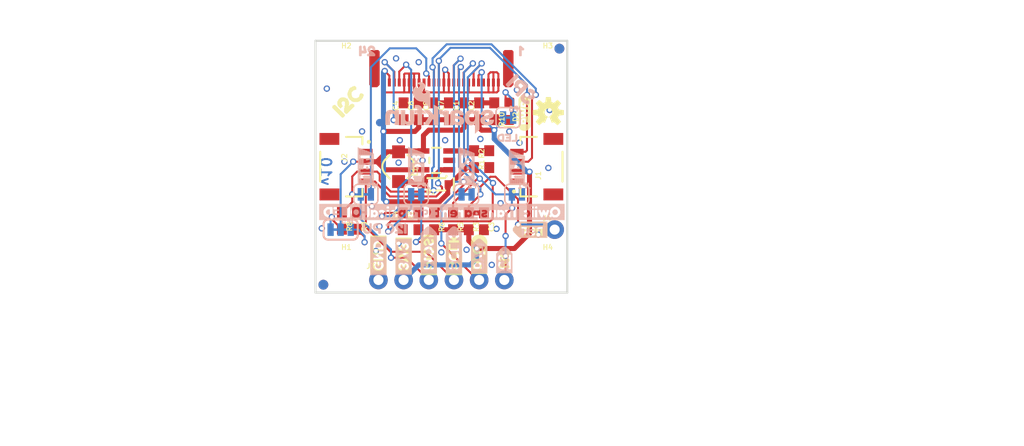
<source format=kicad_pcb>
(kicad_pcb (version 20211014) (generator pcbnew)
  (layers (0 "F.Cu" signal) (31 "B.Cu" signal) (34 "B.Paste" user) (35 "F.Paste" user) (36 "B.SilkS" user "B.Silkscreen") (37 "F.SilkS" user "F.Silkscreen") (38 "B.Mask" user) (39 "F.Mask" user) (44 "Edge.Cuts" user))
  (net 0 "")
  (net 1 "GND")
  (net 2 "N$3")
  (net 3 "~{RST}")
  (net 4 "N$1")
  (net 5 "N$4")
  (net 6 "N$5")
  (net 7 "3.3V")
  (net 8 "12V")
  (net 9 "~{CS}")
  (net 10 "SCLK/SCL")
  (net 11 "SDIN/SDA")
  (net 12 "D~{C}/SA0")
  (net 13 "NC/D2")
  (net 14 "~{4WSPI}/I2C")
  (net 15 "N$2")
  (net 16 "N$6")
  (net 17 "N$7")
  (net 18 "N$8")
  (footprint "boardEagle:0603" (layer "F.Cu") (at 139.9921 110.4646 -90)
    (fp_text reference "R9")
    (fp_text value "2.2k")
  )
  (footprint "boardEagle:1X01_NO_SILK" (layer "F.Cu") (at 159.9311 111.3536)
    (fp_text reference "J4")
    (fp_text value "")
  )
  (footprint "boardEagle:0603" (layer "F.Cu") (at 152.3111 99.4156 90)
    (fp_text reference "C2")
    (fp_text value "0.1uF")
  )
  (footprint "boardEagle:0603" (layer "F.Cu") (at 151.8031 104.2416 -90)
    (fp_text reference "R1")
    (fp_text value "47k")
  )
  (footprint "boardEagle:#RST0" (layer "F.Cu") (at 155.4861 111.3536)
    (fp_text reference "U$28" hide)
    (fp_text value "" hide)
  )
  (footprint "boardEagle:STAND-OFF" (layer "F.Cu") (at 158.6611 94.8436)
    (fp_text reference "H3")
    (fp_text value "STAND-OFF" hide)
  )
  (footprint "boardEagle:1X06_NO_SILK" (layer "F.Cu") (at 142.1511 116.4336)
    (fp_text reference "J3")
    (fp_text value "")
  )
  (footprint "boardEagle:SCL0" (layer "F.Cu") (at 149.7711 116.4336 90)
    (fp_text reference "U$6" hide)
    (fp_text value "" hide)
  )
  (footprint "boardEagle:FPC05024-42201" (layer "F.Cu") (at 148.5011 96.1136 180)
    (fp_text reference "U2")
    (fp_text value "UG-2856KLBAG01_4WSPI")
  )
  (footprint "boardEagle:PWR5" (layer "F.Cu") (at 156.8831 101.4476 90)
    (fp_text reference "U$21" hide)
    (fp_text value "" hide)
  )
  (footprint "boardEagle:3V31" (layer "F.Cu") (at 144.6911 116.3066 90)
    (fp_text reference "U$5" hide)
    (fp_text value "" hide)
  )
  (footprint "boardEagle:OSHW-LOGO-S" (layer "F.Cu") (at 159.2961 99.5426)
    (fp_text reference "LOGO2" hide)
    (fp_text value "OSHW-LOGOS" hide)
  )
  (footprint "boardEagle:STAND-OFF" (layer "F.Cu") (at 158.6611 115.1636)
    (fp_text reference "H4")
    (fp_text value "STAND-OFF" hide)
  )
  (footprint "boardEagle:0603" (layer "F.Cu") (at 149.6822 110.5154 -90)
    (fp_text reference "R5")
    (fp_text value "10k")
  )
  (footprint "boardEagle:0603" (layer "F.Cu") (at 149.2631 99.4156 90)
    (fp_text reference "C7")
    (fp_text value "4.7uF")
  )
  (footprint "boardEagle:NC10" (layer "F.Cu") (at 154.8511 116.1796 90)
    (fp_text reference "U$9" hide)
    (fp_text value "" hide)
  )
  (footprint "boardEagle:0603" (layer "F.Cu") (at 153.8351 99.4156 -90)
    (fp_text reference "R10")
    (fp_text value "1k")
  )
  (footprint "boardEagle:SDA3" (layer "F.Cu") (at 147.2311 116.4336 90)
    (fp_text reference "U$7" hide)
    (fp_text value "" hide)
  )
  (footprint "boardEagle:EXT_DISP" (layer "F.Cu") (at 116.7511 132.9436)
    (fp_text reference "U$26" hide)
    (fp_text value "EXTERNAL_DISP-UG-2856KLBAG01" hide)
  )
  (footprint "boardEagle:0603" (layer "F.Cu") (at 151.2697 110.5154 -90)
    (fp_text reference "R3")
    (fp_text value "10k")
  )
  (footprint "boardEagle:GND0" (layer "F.Cu") (at 142.1511 116.3066 90)
    (fp_text reference "U$4" hide)
    (fp_text value "" hide)
  )
  (footprint "boardEagle:0603" (layer "F.Cu") (at 153.3271 104.2416 90)
    (fp_text reference "R2")
    (fp_text value "5.6k")
  )
  (footprint "boardEagle:0603" (layer "F.Cu") (at 144.6022 110.5154 90)
    (fp_text reference "R4")
    (fp_text value "100k")
  )
  (footprint "boardEagle:SOD-323" (layer "F.Cu") (at 147.9931 106.7816 180)
    (fp_text reference "D1")
    (fp_text value "1A/23V/620mV")
  )
  (footprint "boardEagle:JST04_1MM_RA" (layer "F.Cu") (at 140.8811 105.0036 -90)
    (fp_text reference "J2")
    (fp_text value "")
  )
  (footprint "boardEagle:STAND-OFF" (layer "F.Cu") (at 138.3411 115.1636)
    (fp_text reference "H1")
    (fp_text value "STAND-OFF" hide)
  )
  (footprint "boardEagle:LED-0603" (layer "F.Cu") (at 155.3591 99.4156 -90)
    (fp_text reference "D2")
    (fp_text value "RED")
  )
  (footprint "boardEagle:FIDUCIAL-1X2" (layer "F.Cu") (at 136.59485 116.90985)
    (fp_text reference "FD1" hide)
    (fp_text value "FIDUCIAL1X2" hide)
  )
  (footprint "boardEagle:0603" (layer "F.Cu") (at 144.6911 99.4156 90)
    (fp_text reference "C4")
    (fp_text value "4.7uF")
  )
  (footprint "boardEagle:0603" (layer "F.Cu") (at 138.4681 110.4646 -90)
    (fp_text reference "R8")
    (fp_text value "2.2k")
  )
  (footprint "boardEagle:SA08" (layer "F.Cu") (at 152.3111 116.3066 90)
    (fp_text reference "U$12" hide)
    (fp_text value "" hide)
  )
  (footprint "boardEagle:FIDUCIAL-1X2" (layer "F.Cu") (at 160.40735 93.09735)
    (fp_text reference "FD3" hide)
    (fp_text value "FIDUCIAL1X2" hide)
  )
  (footprint "boardEagle:SOT23-5" (layer "F.Cu") (at 147.9931 104.3686 90)
    (fp_text reference "U1")
    (fp_text value "AP3012")
  )
  (footprint "boardEagle:0603" (layer "F.Cu") (at 147.7391 99.4156 90)
    (fp_text reference "C8")
    (fp_text value "0.1uF")
  )
  (footprint "boardEagle:INDUCTOR_4.7UH" (layer "F.Cu") (at 144.1831 105.0036 -90)
    (fp_text reference "L1")
    (fp_text value "10uH")
  )
  (footprint "boardEagle:0603" (layer "F.Cu") (at 146.2151 99.4156 90)
    (fp_text reference "C6")
    (fp_text value "4.7uF")
  )
  (footprint "boardEagle:0603" (layer "F.Cu") (at 150.7871 99.4156 90)
    (fp_text reference "C1")
    (fp_text value "4.7uF")
  )
  (footprint "boardEagle:I2C3" (layer "F.Cu") (at 136.9441 100.5586 45)
    (fp_text reference "U$19" hide)
    (fp_text value "" hide)
  )
  (footprint "boardEagle:0603" (layer "F.Cu") (at 146.1897 110.5154 90)
    (fp_text reference "R7")
    (fp_text value "10k")
  )
  (footprint "boardEagle:CREATIVE_COMMONS" (layer "F.Cu") (at 124.3711 127.8636)
    (fp_text reference "FRAME1" hide)
    (fp_text value "FRAME-LETTER" hide)
  )
  (footprint "boardEagle:0603" (layer "F.Cu") (at 152.7937 110.5154 -90)
    (fp_text reference "C3")
    (fp_text value "1.0uF")
  )
  (footprint "boardEagle:JST04_1MM_RA" (layer "F.Cu") (at 156.1211 105.0036 90)
    (fp_text reference "J1")
    (fp_text value "")
  )
  (footprint "boardEagle:0603" (layer "F.Cu") (at 147.7772 110.5154 -90)
    (fp_text reference "R6")
    (fp_text value "10k")
  )
  (footprint "boardEagle:STAND-OFF" (layer "F.Cu") (at 138.3411 94.8436)
    (fp_text reference "H2")
    (fp_text value "STAND-OFF" hide)
  )
  (footprint "boardEagle:#RST1" (layer "B.Cu") (at 159.8295 111.3536 180)
    (fp_text reference "U$17" hide)
    (fp_text value "" hide)
  )
  (footprint "boardEagle:SMT-JUMPER_3_2-NC_TRACE_SILK" (layer "B.Cu") (at 138.3411 111.3536 180)
    (fp_text reference "JP5")
    (fp_text value "I2C PU")
  )
  (footprint "boardEagle:I2C_PU0" (layer "B.Cu") (at 145.9611 111.2266 180)
    (fp_text reference "U$25" hide)
    (fp_text value "" hide)
  )
  (footprint "boardEagle:PAD.03X.03" (layer "B.Cu") (at 142.2781 100.5586 180)
    (fp_text reference "TP1" hide)
    (fp_text value "12V" hide)
  )
  (footprint "boardEagle:GND0" (layer "B.Cu") (at 142.1511 116.4336 90)
    (fp_text reference "U$14" hide)
    (fp_text value "" hide)
  )
  (footprint "boardEagle:MOSI9" (layer "B.Cu") (at 147.2311 116.3066 90)
    (fp_text reference "U$10" hide)
    (fp_text value "" hide)
  )
  (footprint "boardEagle:JP32" (layer "B.Cu") (at 145.9611 107.2896 90)
    (fp_text reference "U$11" hide)
    (fp_text value "" hide)
  )
  (footprint "boardEagle:JP43" (layer "B.Cu") (at 140.8811 107.2896 90)
    (fp_text reference "U$16" hide)
    (fp_text value "" hide)
  )
  (footprint "boardEagle:SMT-JUMPER_2_NC_TRACE_SILK" (layer "B.Cu") (at 155.2321 100.0506 180)
    (fp_text reference "JP6")
    (fp_text value "LED")
  )
  (footprint "boardEagle:SMT-JUMPER_2_NC_TRACE_SILK" (layer "B.Cu") (at 156.1211 107.7976 180)
    (fp_text reference "JP1")
    (fp_text value "CSP")
  )
  (footprint "boardEagle:SCLK2" (layer "B.Cu") (at 149.7711 116.3066 90)
    (fp_text reference "U$20" hide)
    (fp_text value "" hide)
  )
  (footprint "boardEagle:#CS7" (layer "B.Cu") (at 154.8511 116.4336 90)
    (fp_text reference "U$8" hide)
    (fp_text value "" hide)
  )
  (footprint "boardEagle:SMT-JUMPER_2_NC_TRACE_SILK" (layer "B.Cu") (at 140.8811 107.7976 180)
    (fp_text reference "JP4")
    (fp_text value "I2C")
  )
  (footprint "boardEagle:QWIIC_TRANSPARENT_GRAPHICAL_OLED15" (layer "B.Cu") (at 161.4551 109.5756 180)
    (fp_text reference "U$2" hide)
    (fp_text value "" hide)
  )
  (footprint "boardEagle:FIDUCIAL-1X2" (layer "B.Cu") (at 160.40735 93.09735 180)
    (fp_text reference "FD4" hide)
    (fp_text value "FIDUCIAL1X2" hide)
  )
  (footprint "boardEagle:LED4" (layer "B.Cu") (at 156.8831 102.0826 180)
    (fp_text reference "U$18" hide)
    (fp_text value "" hide)
  )
  (footprint "boardEagle:248" (layer "B.Cu") (at 142.7861 93.3196 180)
    (fp_text reference "U$23" hide)
    (fp_text value "" hide)
  )
  (footprint "boardEagle:SPI2" (layer "B.Cu") (at 158.6611 99.2886 135)
    (fp_text reference "U$24" hide)
    (fp_text value "" hide)
  )
  (footprint "boardEagle:JP21" (layer "B.Cu") (at 151.0411 107.2896 90)
    (fp_text reference "U$3" hide)
    (fp_text value "" hide)
  )
  (footprint "boardEagle:JP10" (layer "B.Cu") (at 156.1211 107.2896 90)
    (fp_text reference "U$1" hide)
    (fp_text value "" hide)
  )
  (footprint "boardEagle:SFE_LOGO_NAME_FLAME_.1" (layer "B.Cu") (at 148.2471 100.1776 180)
    (fp_text reference "LOGO1" hide)
    (fp_text value "SFE_LOGO_NAME_FLAME.1_INCH" hide)
  )
  (footprint "boardEagle:3V31" (layer "B.Cu") (at 144.6911 116.4336 90)
    (fp_text reference "U$13" hide)
    (fp_text value "" hide)
  )
  (footprint "boardEagle:SMT-JUMPER_2_NC_TRACE_SILK" (layer "B.Cu") (at 151.0411 107.7976 180)
    (fp_text reference "JP2")
    (fp_text value "SAS")
  )
  (footprint "boardEagle:D##C6" (layer "B.Cu") (at 152.3111 116.4336 90)
    (fp_text reference "U$15" hide)
    (fp_text value "" hide)
  )
  (footprint "boardEagle:17" (layer "B.Cu") (at 157.7721 93.3196 180)
    (fp_text reference "U$22" hide)
    (fp_text value "" hide)
  )
  (footprint "boardEagle:FIDUCIAL-1X2" (layer "B.Cu") (at 136.59485 116.90985 180)
    (fp_text reference "FD2" hide)
    (fp_text value "FIDUCIAL1X2" hide)
  )
  (footprint "boardEagle:SMT-JUMPER_2_NC_TRACE_SILK" (layer "B.Cu") (at 145.9611 107.7976 180)
    (fp_text reference "JP3")
    (fp_text value "IFS")
  )
  (gr_line (start 135.8011 117.7036) (end 161.2011 117.7036) (layer "Edge.Cuts") (width 0.2032))
  (gr_line (start 135.8011 92.3036) (end 135.8011 117.7036) (layer "Edge.Cuts") (width 0.2032))
  (gr_line (start 161.2011 92.3036) (end 135.8011 92.3036) (layer "Edge.Cuts") (width 0.2032))
  (gr_line (start 161.2011 117.7036) (end 161.2011 92.3036) (layer "Edge.Cuts") (width 0.2032))
  (gr_text "v10" (at 136.1821 107.0356 -90) (layer "B.Cu") (effects (font (size 1.0795 1.0795) (thickness 0.1905)) (justify left bottom mirror)))
  (segment (start 148.7511 95.3556) (end 148.8821 95.2246) (width 0.2032) (layer "F.Cu") (net 1))
  (segment (start 150.7871 98.5656) (end 149.2631 98.5656) (width 0.508) (layer "F.Cu") (net 1))
  (segment (start 154.2511 96.5136) (end 154.2511 95.6406) (width 0.2032) (layer "F.Cu") (net 1))
  (segment (start 147.7391 98.5656) (end 149.2631 98.5656) (width 0.508) (layer "F.Cu") (net 1))
  (segment (start 146.2511 96.5136) (end 146.2511 97.4746) (width 0.2032) (layer "F.Cu") (net 1))
  (segment (start 153.7511 96.5136) (end 153.7511 95.5216) (width 0.2032) (layer "F.Cu") (net 1))
  (segment (start 144.7511 95.6726) (end 144.8181 95.6056) (width 0.2032) (layer "F.Cu") (net 1))
  (segment (start 144.8181 95.6056) (end 145.3261 95.6056) (width 0.2032) (layer "F.Cu") (net 1))
  (segment (start 145.7511 95.6886) (end 145.8341 95.6056) (width 0.2032) (layer "F.Cu") (net 1))
  (segment (start 146.2151 97.5106) (end 146.7231 97.5106) (width 0.2032) (layer "F.Cu") (net 1))
  (segment (start 149.2511 97.4986) (end 149.2631 97.5106) (width 0.2032) (layer "F.Cu") (net 1))
  (segment (start 145.2511 96.5136) (end 145.2511 97.4356) (width 0.2032) (layer "F.Cu") (net 1))
  (segment (start 146.2151 98.5656) (end 147.7391 98.5656) (width 0.508) (layer "F.Cu") (net 1))
  (segment (start 144.7511 97.4506) (end 144.6911 97.5106) (width 0.2032) (layer "F.Cu") (net 1))
  (segment (start 145.3261 95.6056) (end 145.8341 95.6056) (width 0.2032) (layer "F.Cu") (net 1))
  (segment (start 151.2951 97.5106) (end 153.3271 97.5106) (width 0.2032) (layer "F.Cu") (net 1))
  (segment (start 148.7511 96.5136) (end 148.7511 97.5066) (width 0.2032) (layer "F.Cu") (net 1))
  (segment (start 145.7511 96.5136) (end 145.7511 95.6886) (width 0.2032) (layer "F.Cu") (net 1))
  (segment (start 154.2511 97.3486) (end 154.2511 96.5136) (width 0.2032) (layer "F.Cu") (net 1))
  (segment (start 153.2511 95.6816) (end 153.4541 95.4786) (width 0.2032) (layer "F.Cu") (net 1))
  (segment (start 149.2511 95.5936) (end 148.8821 95.2246) (width 0.2032) (layer "F.Cu") (net 1))
  (segment (start 153.7081 95.4786) (end 153.4541 95.4786) (width 0.2032) (layer "F.Cu") (net 1))
  (segment (start 142.7511 97.5106) (end 144.6911 97.5106) (width 0.2032) (layer "F.Cu") (net 1))
  (segment (start 148.7551 97.5106) (end 149.2631 97.5106) (width 0.2032) (layer "F.Cu") (net 1))
  (segment (start 145.7511 96.5136) (end 145.7511 97.4666) (width 0.2032) (layer "F.Cu") (net 1))
  (segment (start 148.7511 97.5066) (end 148.7551 97.5106) (width 0.2032) (layer "F.Cu") (net 1))
  (segment (start 149.2631 97.5106) (end 151.2951 97.5106) (width 0.2032) (layer "F.Cu") (net 1))
  (segment (start 145.8341 95.6056) (end 146.2151 95.6056) (width 0.2032) (layer "F.Cu") (net 1))
  (segment (start 153.2511 96.5136) (end 153.2511 97.4346) (width 0.2032) (layer "F.Cu") (net 1))
  (segment (start 148.7511 96.5136) (end 148.7511 95.3556) (width 0.2032) (layer "F.Cu") (net 1))
  (segment (start 146.7511 96.5136) (end 146.7511 97.4826) (width 0.2032) (layer "F.Cu") (net 1))
  (segment (start 145.3261 97.5106) (end 145.7071 97.5106) (width 0.2032) (layer "F.Cu") (net 1))
  (segment (start 154.0891 97.5106) (end 154.2511 97.3486) (width 0.2032) (layer "F.Cu") (net 1))
  (segment (start 145.7511 97.4666) (end 145.7071 97.5106) (width 0.2032) (layer "F.Cu") (net 1))
  (segment (start 144.7511 96.5136) (end 144.7511 97.4506) (width 0.2032) (layer "F.Cu") (net 1))
  (segment (start 153.2511 96.5136) (end 153.2511 95.6816) (width 0.2032) (layer "F.Cu") (net 1))
  (segment (start 146.2511 95.6416) (end 146.2151 95.6056) (width 0.2032) (layer "F.Cu") (net 1))
  (segment (start 153.3271 97.5106) (end 153.7081 97.5106) (width 0.2032) (layer "F.Cu") (net 1))
  (segment (start 151.2511 96.5136) (end 151.2511 97.4666) (width 0.2032) (layer "F.Cu") (net 1))
  (segment (start 149.2511 96.5136) (end 149.2511 97.4986) (width 0.2032) (layer "F.Cu") (net 1))
  (segment (start 146.7231 97.5106) (end 148.7551 97.5106) (width 0.2032) (layer "F.Cu") (net 1))
  (segment (start 153.2511 97.4346) (end 153.3271 97.5106) (width 0.2032) (layer "F.Cu") (net 1))
  (segment (start 149.2511 96.5136) (end 149.2511 95.5936) (width 0.2032) (layer "F.Cu") (net 1))
  (segment (start 145.2511 95.6806) (end 145.3261 95.6056) (width 0.2032) (layer "F.Cu") (net 1))
  (segment (start 146.2511 97.4746) (end 146.2151 97.5106) (width 0.2032) (layer "F.Cu") (net 1))
  (segment (start 154.2511 95.6406) (end 154.0891 95.4786) (width 0.2032) (layer "F.Cu") (net 1))
  (segment (start 153.7081 97.5106) (end 154.0891 97.5106) (width 0.2032) (layer "F.Cu") (net 1))
  (segment (start 144.6911 97.5106) (end 145.3261 97.5106) (width 0.2032) (layer "F.Cu") (net 1))
  (segment (start 152.3111 98.5656) (end 150.7871 98.5656) (width 0.508) (layer "F.Cu") (net 1))
  (segment (start 151.2511 97.4666) (end 151.2951 97.5106) (width 0.2032) (layer "F.Cu") (net 1))
  (segment (start 153.7511 95.5216) (end 153.7081 95.4786) (width 0.2032) (layer "F.Cu") (net 1))
  (segment (start 144.7511 96.5136) (end 144.7511 95.6726) (width 0.2032) (layer "F.Cu") (net 1))
  (segment (start 145.7071 97.5106) (end 146.2151 97.5106) (width 0.2032) (layer "F.Cu") (net 1))
  (segment (start 146.7511 97.4826) (end 146.7231 97.5106) (width 0.2032) (layer "F.Cu") (net 1))
  (segment (start 146.2511 96.5136) (end 146.2511 95.6416) (width 0.2032) (layer "F.Cu") (net 1))
  (segment (start 154.0891 95.4786) (end 153.7081 95.4786) (width 0.2032) (layer "F.Cu") (net 1))
  (segment (start 142.7511 96.5136) (end 142.7511 97.5106) (width 0.2032) (layer "F.Cu") (net 1))
  (segment (start 153.7511 97.4676) (end 153.7081 97.5106) (width 0.2032) (layer "F.Cu") (net 1))
  (segment (start 153.8351 98.5656) (end 152.3111 98.5656) (width 0.508) (layer "F.Cu") (net 1))
  (segment (start 145.2511 96.5136) (end 145.2511 95.6806) (width 0.2032) (layer "F.Cu") (net 1))
  (segment (start 153.7511 96.5136) (end 153.7511 97.4676) (width 0.2032) (layer "F.Cu") (net 1))
  (segment (start 145.2511 97.4356) (end 145.3261 97.5106) (width 0.2032) (layer "F.Cu") (net 1))
  (via (at 154.4701 108.6866) (size 0.635) (drill 0.381) (layers "F.Cu" "B.Cu") (net 1))
  (via (at 148.8821 102.3366) (size 0.635) (drill 0.381) (layers "F.Cu" "B.Cu") (net 1))
  (via (at 158.2801 111.8616) (size 0.635) (drill 0.381) (layers "F.Cu" "B.Cu") (net 1))
  (via (at 148.5011 113.6396) (size 0.635) (drill 0.381) (layers "F.Cu" "B.Cu") (net 1))
  (via (at 156.1211 97.2566) (size 0.635) (drill 0.381) (layers "F.Cu" "B.Cu") (net 1))
  (via (at 151.0411 113.3856) (size 0.635) (drill 0.381) (layers "F.Cu" "B.Cu") (net 1))
  (via (at 143.9291 94.0816) (size 0.635) (drill 0.381) (layers "F.Cu" "B.Cu") (net 1))
  (via (at 155.3591 101.4476) (size 0.635) (drill 0.381) (layers "F.Cu" "B.Cu") (net 1))
  (via (at 144.3101 102.3366) (size 0.635) (drill 0.381) (layers "F.Cu" "B.Cu") (net 1))
  (via (at 136.4361 111.2266) (size 0.635) (drill 0.381) (layers "F.Cu" "B.Cu") (net 1))
  (via (at 156.3751 102.5906) (size 0.635) (drill 0.381) (layers "F.Cu" "B.Cu") (net 1))
  (via (at 152.4381 102.2096) (size 0.635) (drill 0.381) (layers "F.Cu" "B.Cu") (net 1))
  (via (at 159.2961 105.1306) (size 0.635) (drill 0.381) (layers "F.Cu" "B.Cu") (net 1))
  (via (at 136.9441 97.1296) (size 0.635) (drill 0.381) (layers "F.Cu" "B.Cu") (net 1))
  (via (at 144.1831 104.5972) (size 0.635) (drill 0.381) (layers "F.Cu" "B.Cu") (net 1))
  (via (at 141.8971 113.5126) (size 0.635) (drill 0.381) (layers "F.Cu" "B.Cu") (net 1))
  (via (at 142.2527 111.0234) (size 0.635) (drill 0.381) (layers "F.Cu" "B.Cu") (net 1))
  (via (at 144.1831 112.7506) (size 0.635) (drill 0.381) (layers "F.Cu" "B.Cu") (net 1))
  (via (at 141.4907 108.9914) (size 0.635) (drill 0.381) (layers "F.Cu" "B.Cu") (net 1))
  (via (at 148.8821 95.2246) (size 0.635) (drill 0.381) (layers "F.Cu" "B.Cu") (net 1))
  (via (at 154.0637 111.2774) (size 0.635) (drill 0.381) (layers "F.Cu" "B.Cu") (net 1))
  (via (at 140.5001 101.4476) (size 0.635) (drill 0.381) (layers "F.Cu" "B.Cu") (net 1))
  (via (at 159.4231 99.2886) (size 0.635) (drill 0.381) (layers "F.Cu" "B.Cu") (net 1))
  (via (at 146.2151 94.4626) (size 0.635) (drill 0.381) (layers "F.Cu" "B.Cu") (net 1))
  (via (at 153.5811 114.9096) (size 0.635) (drill 0.381) (layers "F.Cu" "B.Cu") (net 1))
  (via (at 138.7221 104.4956) (size 0.635) (drill 0.381) (layers "F.Cu" "B.Cu") (net 1))
  (via (at 146.5961 104.3686) (size 0.635) (drill 0.381) (layers "F.Cu" "B.Cu") (net 1))
  (segment (start 143.7268 100.2656) (end 143.6878 100.3046) (width 0.2032) (layer "F.Cu") (net 2))
  (segment (start 144.6911 100.2656) (end 143.7268 100.2656) (width 0.2032) (layer "F.Cu") (net 2))
  (segment (start 143.7511 96.5136) (end 143.7511 95.4276) (width 0.2032) (layer "F.Cu") (net 2))
  (segment (start 143.7511 95.4276) (end 142.7861 94.4626) (width 0.2032) (layer "F.Cu") (net 2))
  (via (at 142.7861 94.4626) (size 0.635) (drill 0.381) (layers "F.Cu" "B.Cu") (net 2))
  (via (at 143.6878 100.3046) (size 0.635) (drill 0.381) (layers "F.Cu" "B.Cu") (net 2))
  (segment (start 143.6878 100.3046) (end 143.6878 95.3643) (width 0.2032) (layer "B.Cu") (net 2))
  (segment (start 143.6878 95.3643) (end 142.7861 94.4626) (width 0.2032) (layer "B.Cu") (net 2))
  (segment (start 152.7937 109.6654) (end 151.2697 109.6654) (width 0.508) (layer "F.Cu") (net 3))
  (segment (start 152.4339 107.7934) (end 152.4339 107.0314) (width 0.2032) (layer "F.Cu") (net 3))
  (segment (start 152.4339 107.0314) (end 153.4457 106.0196) (width 0.2032) (layer "F.Cu") (net 3))
  (segment (start 156.2354 110.8456) (end 156.2354 108.2929) (width 0.2032) (layer "F.Cu") (net 3))
  (segment (start 151.2697 109.6654) (end 151.2697 108.983) (width 0.2032) (layer "F.Cu") (net 3))
  (segment (start 150.2511 96.5136) (end 150.2511 95.151) (width 0.2032) (layer "F.Cu") (net 3))
  (segment (start 152.4339 107.8188) (end 152.4339 107.7934) (width 0.2032) (layer "F.Cu") (net 3))
  (segment (start 153.9621 106.0196) (end 153.4457 106.0196) (width 0.2032) (layer "F.Cu") (net 3))
  (segment (start 150.2511 95.151) (end 150.4569 94.9452) (width 0.2032) (layer "F.Cu") (net 3))
  (segment (start 156.2354 108.2929) (end 153.9621 106.0196) (width 0.2032) (layer "F.Cu") (net 3))
  (segment (start 151.2697 108.983) (end 152.4339 107.8188) (width 0.2032) (layer "F.Cu") (net 3))
  (via (at 156.2354 110.8456) (size 0.635) (drill 0.381) (layers "F.Cu" "B.Cu") (net 3))
  (via (at 150.4569 94.9452) (size 0.635) (drill 0.381) (layers "F.Cu" "B.Cu") (net 3))
  (via (at 152.4339 107.7934) (size 0.635) (drill 0.381) (layers "F.Cu" "B.Cu") (net 3))
  (segment (start 150.2791 95.123) (end 150.2791 105.029) (width 0.2032) (layer "B.Cu") (net 3))
  (segment (start 159.4231 110.8456) (end 159.9311 111.3536) (width 0.254) (layer "B.Cu") (net 3))
  (segment (start 152.4339 107.1838) (end 152.4339 107.7934) (width 0.2032) (layer "B.Cu") (net 3))
  (segment (start 150.2791 105.029) (end 152.4339 107.1838) (width 0.2032) (layer "B.Cu") (net 3))
  (segment (start 156.2354 110.8456) (end 159.4231 110.8456) (width 0.254) (layer "B.Cu") (net 3))
  (segment (start 150.4569 94.9452) (end 150.2791 95.123) (width 0.2032) (layer "B.Cu") (net 3))
  (segment (start 142.5067 110.0074) (end 142.8487 109.6654) (width 0.2032) (layer "F.Cu") (net 4))
  (segment (start 144.2511 95.4106) (end 144.9451 94.7166) (width 0.2032) (layer "F.Cu") (net 4))
  (segment (start 144.6022 109.6654) (end 142.8487 109.6654) (width 0.2032) (layer "F.Cu") (net 4))
  (segment (start 144.2511 96.5136) (end 144.2511 95.4106) (width 0.2032) (layer "F.Cu") (net 4))
  (via (at 142.5067 110.0074) (size 0.635) (drill 0.381) (layers "F.Cu" "B.Cu") (net 4))
  (via (at 144.9451 94.7166) (size 0.635) (drill 0.381) (layers "F.Cu" "B.Cu") (net 4))
  (segment (start 144.1577 109.2454) (end 144.1577 107.188) (width 0.2032) (layer "B.Cu") (net 4))
  (segment (start 143.3957 110.0074) (end 144.1577 109.2454) (width 0.2032) (layer "B.Cu") (net 4))
  (segment (start 145.4531 105.8926) (end 145.4531 95.2246) (width 0.2032) (layer "B.Cu") (net 4))
  (segment (start 145.4531 95.2246) (end 144.9451 94.7166) (width 0.2032) (layer "B.Cu") (net 4))
  (segment (start 144.1577 107.188) (end 145.4531 105.8926) (width 0.2032) (layer "B.Cu") (net 4))
  (segment (start 142.5067 110.0074) (end 143.3957 110.0074) (width 0.2032) (layer "B.Cu") (net 4))
  (segment (start 147.7587 106) (end 148.4401 105.3186) (width 0.508) (layer "F.Cu") (net 5))
  (segment (start 145.7071 106.7816) (end 146.8431 106.7816) (width 0.508) (layer "F.Cu") (net 5))
  (segment (start 148.4401 105.3186) (end 149.2932 105.3186) (width 0.508) (layer "F.Cu") (net 5))
  (segment (start 144.1831 106.5036) (end 145.4291 106.5036) (width 0.508) (layer "F.Cu") (net 5))
  (segment (start 146.8431 106.2806) (end 146.8431 106.7816) (width 0.508) (layer "F.Cu") (net 5))
  (segment (start 147.1237 106) (end 146.8431 106.2806) (width 0.508) (layer "F.Cu") (net 5))
  (segment (start 147.1237 106) (end 147.7587 106) (width 0.508) (layer "F.Cu") (net 5))
  (segment (start 145.4291 106.5036) (end 145.7071 106.7816) (width 0.508) (layer "F.Cu") (net 5))
  (segment (start 151.7761 103.4186) (end 149.2932 103.4186) (width 0.508) (layer "F.Cu") (net 6))
  (segment (start 151.8031 103.3916) (end 151.7761 103.4186) (width 0.508) (layer "F.Cu") (net 6))
  (segment (start 151.8031 103.3916) (end 153.3271 103.3916) (width 0.508) (layer "F.Cu") (net 6))
  (segment (start 152.2511 96.5136) (end 152.2511 95.7926) (width 0.2032) (layer "F.Cu") (net 7))
  (segment (start 157.3831 105.5036) (end 156.1211 105.5036) (width 0.508) (layer "F.Cu") (net 7))
  (segment (start 150.7871 100.2656) (end 152.3111 100.2656) (width 0.508) (layer "F.Cu") (net 7))
  (segment (start 149.6822 111.3654) (end 151.2697 111.3654) (width 0.508) (layer "F.Cu") (net 7))
  (segment (start 140.8811 104.5036) (end 142.0161 104.5036) (width 0.508) (layer "F.Cu") (net 7))
  (segment (start 146.693 105.3186) (end 142.8311 105.3186) (width 0.508) (layer "F.Cu") (net 7))
  (segment (start 144.2681 103.4186) (end 144.1831 103.5036) (width 0.508) (layer "F.Cu") (net 7))
  (segment (start 157.3911 111.7346) (end 157.3911 105.5116) (width 0.508) (layer "F.Cu") (net 7))
  (segment (start 152.0571 113.2586) (end 155.8671 113.2586) (width 0.508) (layer "F.Cu") (net 7))
  (segment (start 146.693 103.4186) (end 146.693 101.8587) (width 0.508) (layer "F.Cu") (net 7))
  (segment (start 139.6111 104.4956) (end 139.6191 104.5036) (width 0.2032) (layer "F.Cu") (net 7))
  (segment (start 146.5402 112.6024) (end 145.9399 112.6024) (width 0.2032) (layer "F.Cu") (net 7))
  (segment (start 150.7871 101.0666) (end 150.7871 100.2656) (width 0.508) (layer "F.Cu") (net 7))
  (segment (start 144.1831 103.5036) (end 143.0161 103.5036) (width 0.508) (layer "F.Cu") (net 7))
  (segment (start 147.2311 101.3206) (end 150.5331 101.3206) (width 0.508) (layer "F.Cu") (net 7))
  (segment (start 147.7772 111.3654) (end 149.6822 111.3654) (width 0.508) (layer "F.Cu") (net 7))
  (segment (start 147.7772 111.3654) (end 146.5402 112.6024) (width 0.2032) (layer "F.Cu") (net 7))
  (segment (start 151.2697 111.3654) (end 151.2697 112.4712) (width 0.508) (layer "F.Cu") (net 7))
  (segment (start 155.8671 113.2586) (end 156.6291 112.4966) (width 0.508) (layer "F.Cu") (net 7))
  (segment (start 153.8351 101.3206) (end 152.5651 101.3206) (width 0.508) (layer "F.Cu") (net 7))
  (segment (start 151.2697 112.4712) (end 152.0571 113.2586) (width 0.508) (layer "F.Cu") (net 7))
  (segment (start 139.6191 104.5036) (end 140.8811 104.5036) (width 0.2032) (layer "F.Cu") (net 7))
  (segment (start 157.3911 105.5116) (end 157.3831 105.5036) (width 0.508) (layer "F.Cu") (net 7))
  (segment (start 152.2511 95.7926) (end 152.5651 95.4786) (width 0.2032) (layer "F.Cu") (net 7))
  (segment (start 146.693 101.8587) (end 147.2311 101.3206) (width 0.508) (layer "F.Cu") (net 7))
  (segment (start 142.8311 105.3186) (end 142.0161 104.5036) (width 0.508) (layer "F.Cu") (net 7))
  (segment (start 143.0161 103.5036) (end 142.0161 104.5036) (width 0.508) (layer "F.Cu") (net 7))
  (segment (start 146.693 103.4186) (end 144.2681 103.4186) (width 0.508) (layer "F.Cu") (net 7))
  (segment (start 150.5331 101.3206) (end 150.7871 101.0666) (width 0.508) (layer "F.Cu") (net 7))
  (segment (start 152.3111 101.0666) (end 152.3111 100.2656) (width 0.508) (layer "F.Cu") (net 7))
  (segment (start 156.6291 112.4966) (end 157.3911 111.7346) (width 0.508) (layer "F.Cu") (net 7))
  (segment (start 152.5651 101.3206) (end 152.3111 101.0666) (width 0.508) (layer "F.Cu") (net 7))
  (via (at 157.3911 105.5116) (size 0.635) (drill 0.381) (layers "F.Cu" "B.Cu") (net 7))
  (via (at 152.0571 113.2586) (size 0.635) (drill 0.381) (layers "F.Cu" "B.Cu") (net 7))
  (via (at 152.5651 95.4786) (size 0.635) (drill 0.381) (layers "F.Cu" "B.Cu") (net 7))
  (via (at 145.9399 112.6024) (size 0.635) (drill 0.381) (layers "F.Cu" "B.Cu") (net 7))
  (via (at 153.8351 101.3206) (size 0.635) (drill 0.381) (layers "F.Cu" "B.Cu") (net 7))
  (via (at 139.6111 104.4956) (size 0.635) (drill 0.381) (layers "F.Cu" "B.Cu") (net 7))
  (segment (start 154.7241 100.4316) (end 153.8351 101.3206) (width 0.2032) (layer "B.Cu") (net 7))
  (segment (start 154.8511 103.2256) (end 157.1371 105.5116) (width 0.508) (layer "B.Cu") (net 7))
  (segment (start 153.0096 100.4951) (end 152.5651 100.0506) (width 0.2032) (layer "B.Cu") (net 7))
  (segment (start 146.4691 107.7976) (end 146.4691 112.0732) (width 0.2032) (layer "B.Cu") (net 7))
  (segment (start 152.5651 100.0506) (end 152.5651 95.4786) (width 0.2032) (layer "B.Cu") (net 7))
  (segment (start 138.3411 105.7656) (end 139.6111 104.4956) (width 0.2032) (layer "B.Cu") (net 7))
  (segment (start 154.8511 103.2256) (end 153.8351 102.2096) (width 0.508) (layer "B.Cu") (net 7))
  (segment (start 152.0571 113.2586) (end 152.0571 114.2746) (width 0.508) (layer "B.Cu") (net 7))
  (segment (start 153.8351 101.3206) (end 153.0096 100.4951) (width 0.2032) (layer "B.Cu") (net 7))
  (segment (start 153.8351 102.2096) (end 153.8351 101.3206) (width 0.508) (layer "B.Cu") (net 7))
  (segment (start 144.6911 116.4336) (end 146.2151 114.9096) (width 0.508) (layer "B.Cu") (net 7))
  (segment (start 154.7241 100.0506) (end 154.7241 100.4316) (width 0.2032) (layer "B.Cu") (net 7))
  (segment (start 157.1371 105.5116) (end 157.3911 105.5116) (width 0.508) (layer "B.Cu") (net 7))
  (segment (start 152.0571 114.2746) (end 151.4221 114.9096) (width 0.508) (layer "B.Cu") (net 7))
  (segment (start 138.3411 111.3536) (end 138.3411 105.7656) (width 0.2032) (layer "B.Cu") (net 7))
  (segment (start 151.4221 114.9096) (end 146.2151 114.9096) (width 0.508) (layer "B.Cu") (net 7))
  (segment (start 145.9399 112.6024) (end 146.4691 112.0732) (width 0.2032) (layer "B.Cu") (net 7))
  (segment (start 143.2511 96.5136) (end 143.2511 95.8166) (width 0.2032) (layer "F.Cu") (net 8))
  (segment (start 146.2151 100.2656) (end 146.2151 101.0666) (width 0.508) (layer "F.Cu") (net 8))
  (segment (start 149.1431 107.707275) (end 148.303475 108.5469) (width 0.508) (layer "F.Cu") (net 8))
  (segment (start 149.2631 100.2656) (end 147.7391 100.2656) (width 0.508) (layer "F.Cu") (net 8))
  (segment (start 148.303475 108.5469) (end 142.94525 108.5469) (width 0.508) (layer "F.Cu") (net 8))
  (segment (start 145.8341 101.4476) (end 142.6591 101.4476) (width 0.508) (layer "F.Cu") (net 8))
  (segment (start 143.2511 95.8166) (end 142.7861 95.3516) (width 0.2032) (layer "F.Cu") (net 8))
  (segment (start 147.7391 100.2656) (end 146.2151 100.2656) (width 0.508) (layer "F.Cu") (net 8))
  (segment (start 146.2151 101.0666) (end 145.8341 101.4476) (width 0.508) (layer "F.Cu") (net 8))
  (segment (start 151.0801 105.0916) (end 151.8031 105.0916) (width 0.508) (layer "F.Cu") (net 8))
  (segment (start 149.3901 106.7816) (end 151.0801 105.0916) (width 0.508) (layer "F.Cu") (net 8))
  (segment (start 149.1431 106.7816) (end 149.1431 107.707275) (width 0.508) (layer "F.Cu") (net 8))
  (segment (start 149.1431 106.7816) (end 149.3901 106.7816) (width 0.508) (layer "F.Cu") (net 8))
  (via (at 142.6591 101.4476) (size 0.635) (drill 0.381) (layers "F.Cu" "B.Cu") (net 8))
  (via (at 142.94525 108.5469) (size 0.635) (drill 0.381) (layers "F.Cu" "B.Cu") (net 8))
  (via (at 142.7861 95.3516) (size 0.635) (drill 0.381) (layers "F.Cu" "B.Cu") (net 8))
  (segment (start 142.6591 101.4476) (end 142.6591 108.26075) (width 0.508) (layer "B.Cu") (net 8))
  (segment (start 142.6591 108.26075) (end 142.94525 108.5469) (width 0.508) (layer "B.Cu") (net 8))
  (segment (start 142.2781 100.5586) (end 142.6591 100.5586) (width 0.2032) (layer "B.Cu") (net 8))
  (segment (start 142.6591 95.4786) (end 142.6591 100.5586) (width 0.508) (layer "B.Cu") (net 8))
  (segment (start 142.6591 100.5586) (end 142.6591 101.4476) (width 0.508) (layer "B.Cu") (net 8))
  (segment (start 142.7861 95.3516) (end 142.6591 95.4786) (width 0.508) (layer "B.Cu") (net 8))
  (segment (start 150.7511 95.5146) (end 151.6761 94.5896) (width 0.2032) (layer "F.Cu") (net 9))
  (segment (start 154.8511 116.4336) (end 154.9781 116.3066) (width 0.2032) (layer "F.Cu") (net 9))
  (segment (start 155.6385 109.1692) (end 154.9781 109.8296) (width 0.2032) (layer "F.Cu") (net 9))
  (segment (start 152.146 106.2101) (end 149.6822 108.6739) (width 0.2032) (layer "F.Cu") (net 9))
  (segment (start 152.3746 106.2101) (end 152.146 106.2101) (width 0.2032) (layer "F.Cu") (net 9))
  (segment (start 154.9781 109.8296) (end 154.9781 111.9886) (width 0.2032) (layer "F.Cu") (net 9))
  (segment (start 150.7511 96.5136) (end 150.7511 95.5146) (width 0.2032) (layer "F.Cu") (net 9))
  (segment (start 154.9781 116.3066) (end 154.9781 114.0206) (width 0.2032) (layer "F.Cu") (net 9))
  (segment (start 149.6822 108.6739) (end 149.6822 109.6654) (width 0.2032) (layer "F.Cu") (net 9))
  (via (at 152.3746 106.2101) (size 0.635) (drill 0.381) (layers "F.Cu" "B.Cu") (net 9))
  (via (at 155.6385 109.1692) (size 0.635) (drill 0.381) (layers "F.Cu" "B.Cu") (net 9))
  (via (at 151.6761 94.5896) (size 0.635) (drill 0.381) (layers "F.Cu" "B.Cu") (net 9))
  (via (at 154.9781 114.0206) (size 0.635) (drill 0.381) (layers "F.Cu" "B.Cu") (net 9))
  (via (at 154.9781 111.9886) (size 0.635) (drill 0.381) (layers "F.Cu" "B.Cu") (net 9))
  (segment (start 155.6131 109.1438) (end 155.6385 109.1692) (width 0.2032) (layer "B.Cu") (net 9))
  (segment (start 154.9781 114.0206) (end 154.9781 111.9886) (width 0.2032) (layer "B.Cu") (net 9))
  (segment (start 153.9621 107.7976) (end 155.6131 107.7976) (width 0.2032) (layer "B.Cu") (net 9))
  (segment (start 150.7871 95.4786) (end 151.6761 94.5896) (width 0.2032) (layer "B.Cu") (net 9))
  (segment (start 150.7871 104.6226) (end 152.3746 106.2101) (width 0.2032) (layer "B.Cu") (net 9))
  (segment (start 152.3746 106.2101) (end 153.9621 107.7976) (width 0.2032) (layer "B.Cu") (net 9))
  (segment (start 150.7871 95.4786) (end 150.7871 104.6226) (width 0.2032) (layer "B.Cu") (net 9))
  (segment (start 155.6131 109.1438) (end 155.6131 107.7976) (width 0.2032) (layer "B.Cu") (net 9))
  (segment (start 143.3025 108.0092) (end 147.97365 108.0092) (width 0.2032) (layer "F.Cu") (net 10))
  (segment (start 140.8811 109.6146) (end 140.8811 111.0996) (width 0.2032) (layer "F.Cu") (net 10))
  (segment (start 157.1371 103.3526) (end 157.1371 97.7646) (width 0.2032) (layer "F.Cu") (net 10))
  (segment (start 146.9263 113.5888) (end 149.7711 116.4336) (width 0.2032) (layer "F.Cu") (net 10))
  (segment (start 148.5741 107.08066) (end 148.5741 107.40875) (width 0.2032) (layer "F.Cu") (net 10))
  (segment (start 141.7969 106.5036) (end 143.3025 108.0092) (width 0.2032) (layer "F.Cu") (net 10))
  (segment (start 143.3703 113.5888) (end 146.9263 113.5888) (width 0.2032) (layer "F.Cu") (net 10))
  (segment (start 156.1211 103.5036) (end 156.9861 103.5036) (width 0.2032) (layer "F.Cu") (net 10))
  (segment (start 140.8811 106.5036) (end 141.7969 106.5036) (width 0.2032) (layer "F.Cu") (net 10))
  (segment (start 140.8811 111.0996) (end 143.3703 113.5888) (width 0.2032) (layer "F.Cu") (net 10))
  (segment (start 156.9861 103.5036) (end 157.1371 103.3526) (width 0.2032) (layer "F.Cu") (net 10))
  (segment (start 148.168359 106.674919) (end 148.5741 107.08066) (width 0.2032) (layer "F.Cu") (net 10))
  (segment (start 148.2511 96.5136) (end 148.2511 94.3396) (width 0.2032) (layer "F.Cu") (net 10))
  (segment (start 148.2511 94.3396) (end 148.2471 94.3356) (width 0.2032) (layer "F.Cu") (net 10))
  (segment (start 140.8811 106.5036) (end 140.8811 109.6146) (width 0.2032) (layer "F.Cu") (net 10))
  (segment (start 139.9921 109.6146) (end 140.8811 109.6146) (width 0.2032) (layer "F.Cu") (net 10))
  (segment (start 148.5741 107.40875) (end 147.97365 108.0092) (width 0.2032) (layer "F.Cu") (net 10))
  (via (at 157.1371 97.7646) (size 0.635) (drill 0.381) (layers "F.Cu" "B.Cu") (net 10))
  (via (at 148.2471 94.3356) (size 0.635) (drill 0.381) (layers "F.Cu" "B.Cu") (net 10))
  (via (at 148.168359 106.674919) (size 0.635) (drill 0.381) (layers "F.Cu" "B.Cu") (net 10))
  (segment (start 149.4155 93.0148) (end 148.2471 94.1832) (width 0.2032) (layer "B.Cu") (net 10))
  (segment (start 157.1371 96.7486) (end 153.4033 93.0148) (width 0.2032) (layer "B.Cu") (net 10))
  (segment (start 148.2471 94.1832) (end 148.2471 94.3356) (width 0.2032) (layer "B.Cu") (net 10))
  (segment (start 148.168359 106.674919) (end 148.2471 106.596179) (width 0.2032) (layer "B.Cu") (net 10))
  (segment (start 153.4033 93.0148) (end 149.4155 93.0148) (width 0.2032) (layer "B.Cu") (net 10))
  (segment (start 148.2471 94.3356) (end 148.2471 106.596179) (width 0.2032) (layer "B.Cu") (net 10))
  (segment (start 157.1371 97.7646) (end 157.1371 96.7486) (width 0.2032) (layer "B.Cu") (net 10))
  (segment (start 147.718781 107.391982) (end 147.591781 107.518982) (width 0.2032) (layer "F.Cu") (net 11))
  (segment (start 156.1211 104.5036) (end 157.2641 104.5036) (width 0.2032) (layer "F.Cu") (net 11))
  (segment (start 147.7511 95.1096) (end 147.6121 94.9706) (width 0.2032) (layer "F.Cu") (net 11))
  (segment (start 147.7511 96.5136) (end 147.7511 95.1096) (width 0.2032) (layer "F.Cu") (net 11))
  (segment (start 143.396481 107.518982) (end 142.2781 106.4006) (width 0.2032) (layer "F.Cu") (net 11))
  (segment (start 144.9832 114.1857) (end 147.2311 116.4336) (width 0.2032) (layer "F.Cu") (net 11))
  (segment (start 147.591781 107.518982) (end 143.396481 107.518982) (width 0.2032) (layer "F.Cu") (net 11))
  (segment (start 157.6451 104.1226) (end 157.6451 98.1329) (width 0.2032) (layer "F.Cu") (net 11))
  (segment (start 139.5095 105.9942) (end 140.0001 105.5036) (width 0.2032) (layer "F.Cu") (net 11))
  (segment (start 142.2781 106.4006) (end 142.2781 105.7656) (width 0.2032) (layer "F.Cu") (net 11))
  (segment (start 142.2781 105.7656) (end 142.0161 105.5036) (width 0.2032) (layer "F.Cu") (net 11))
  (segment (start 157.2641 104.5036) (end 157.6451 104.1226) (width 0.2032) (layer "F.Cu") (net 11))
  (segment (start 140.0001 105.5036) (end 140.8811 105.5036) (width 0.2032) (layer "F.Cu") (net 11))
  (segment (start 139.5095 108.5732) (end 139.5095 107.7976) (width 0.2032) (layer "F.Cu") (net 11))
  (segment (start 138.4681 109.6146) (end 139.5095 108.5732) (width 0.2032) (layer "F.Cu") (net 11))
  (segment (start 140.8811 105.5036) (end 142.0161 105.5036) (width 0.2032) (layer "F.Cu") (net 11))
  (segment (start 143.4211 114.1857) (end 144.9832 114.1857) (width 0.2032) (layer "F.Cu") (net 11))
  (segment (start 139.5095 107.7976) (end 139.5095 105.9942) (width 0.2032) (layer "F.Cu") (net 11))
  (segment (start 157.6451 98.1329) (end 158.0261 97.7519) (width 0.2032) (layer "F.Cu") (net 11))
  (via (at 143.4211 114.1857) (size 0.635) (drill 0.381) (layers "F.Cu" "B.Cu") (net 11))
  (via (at 147.6121 94.9706) (size 0.635) (drill 0.381) (layers "F.Cu" "B.Cu") (net 11))
  (via (at 147.718781 107.391982) (size 0.635) (drill 0.381) (layers "F.Cu" "B.Cu") (net 11))
  (via (at 158.0261 97.7519) (size 0.635) (drill 0.381) (layers "F.Cu" "B.Cu") (net 11))
  (via (at 139.5095 107.7976) (size 0.635) (drill 0.381) (layers "F.Cu" "B.Cu") (net 11))
  (segment (start 158.0261 97.1296) (end 158.0261 97.7519) (width 0.2032) (layer "B.Cu") (net 11))
  (segment (start 140.3731 110.3122) (end 143.4211 113.3602) (width 0.2032) (layer "B.Cu") (net 11))
  (segment (start 147.57145 107.24465) (end 147.57145 105.17125) (width 0.2032) (layer "B.Cu") (net 11))
  (segment (start 143.4211 113.3602) (end 143.4211 114.1857) (width 0.2032) (layer "B.Cu") (net 11))
  (segment (start 147.718781 107.391982) (end 147.57145 107.24465) (width 0.2032) (layer "B.Cu") (net 11))
  (segment (start 147.57145 105.17125) (end 147.7391 105.0036) (width 0.2032) (layer "B.Cu") (net 11))
  (segment (start 147.7391 105.0036) (end 147.7391 95.0976) (width 0.2032) (layer "B.Cu") (net 11))
  (segment (start 149.0345 92.6592) (end 147.6121 94.0816) (width 0.2032) (layer "B.Cu") (net 11))
  (segment (start 153.5557 92.6592) (end 158.0261 97.1296) (width 0.2032) (layer "B.Cu") (net 11))
  (segment (start 149.0345 92.6592) (end 153.5557 92.6592) (width 0.2032) (layer "B.Cu") (net 11))
  (segment (start 147.6121 94.0816) (end 147.6121 94.9706) (width 0.2032) (layer "B.Cu") (net 11))
  (segment (start 147.6121 94.9706) (end 147.7391 95.0976) (width 0.2032) (layer "B.Cu") (net 11))
  (segment (start 140.3731 107.7976) (end 139.5095 107.7976) (width 0.2032) (layer "B.Cu") (net 11))
  (segment (start 140.3731 107.7976) (end 140.3731 110.3122) (width 0.2032) (layer "B.Cu") (net 11))
  (segment (start 150.749 106.5276) (end 150.749 106.8451) (width 0.2032) (layer "F.Cu") (net 12))
  (segment (start 147.7772 109.6654) (end 147.9287 109.6654) (width 0.2032) (layer "F.Cu") (net 12))
  (segment (start 149.7511 94.7874) (end 150.4315 94.107) (width 0.2032) (layer "F.Cu") (net 12))
  (segment (start 147.9287 109.6654) (end 150.749 106.8451) (width 0.2032) (layer "F.Cu") (net 12))
  (segment (start 152.3111 116.4336) (end 152.1841 116.4336) (width 0.2032) (layer "F.Cu") (net 12))
  (segment (start 152.1841 116.4336) (end 148.5011 112.7506) (width 0.2032) (layer "F.Cu") (net 12))
  (segment (start 149.7511 96.5136) (end 149.7511 94.7874) (width 0.2032) (layer "F.Cu") (net 12))
  (via (at 150.4315 94.107) (size 0.635) (drill 0.381) (layers "F.Cu" "B.Cu") (net 12))
  (via (at 148.5011 112.7506) (size 0.635) (drill 0.381) (layers "F.Cu" "B.Cu") (net 12))
  (via (at 150.749 106.5276) (size 0.635) (drill 0.381) (layers "F.Cu" "B.Cu") (net 12))
  (segment (start 150.749 106.5276) (end 149.7711 106.5276) (width 0.2032) (layer "B.Cu") (net 12))
  (segment (start 149.7711 106.5276) (end 149.7711 107.7976) (width 0.2032) (layer "B.Cu") (net 12))
  (segment (start 150.4315 94.107) (end 149.7711 94.7674) (width 0.2032) (layer "B.Cu") (net 12))
  (segment (start 150.5331 107.7976) (end 149.7711 107.7976) (width 0.2032) (layer "B.Cu") (net 12))
  (segment (start 149.7711 107.7976) (end 148.5011 109.0676) (width 0.2032) (layer "B.Cu") (net 12))
  (segment (start 148.5011 109.0676) (end 148.5011 112.7506) (width 0.2032) (layer "B.Cu") (net 12))
  (segment (start 149.7711 94.7674) (end 149.7711 106.5276) (width 0.2032) (layer "B.Cu") (net 12))
  (segment (start 147.2511 96.5136) (end 147.2511 95.8796) (width 0.2032) (layer "F.Cu") (net 13))
  (segment (start 147.2511 95.8796) (end 146.9771 95.6056) (width 0.2032) (layer "F.Cu") (net 13))
  (via (at 146.9771 95.6056) (size 0.635) (drill 0.381) (layers "F.Cu" "B.Cu") (net 13))
  (segment (start 146.9771 94.0816) (end 145.9611 93.0656) (width 0.2032) (layer "B.Cu") (net 13))
  (segment (start 143.2941 93.0656) (end 145.9611 93.0656) (width 0.2032) (layer "B.Cu") (net 13))
  (segment (start 141.3891 94.9706) (end 141.3891 107.7976) (width 0.2032) (layer "B.Cu") (net 13))
  (segment (start 146.9771 95.6056) (end 146.9771 94.0816) (width 0.2032) (layer "B.Cu") (net 13))
  (segment (start 143.2941 93.0656) (end 141.3891 94.9706) (width 0.2032) (layer "B.Cu") (net 13))
  (segment (start 153.6827 110.2614) (end 153.6827 106.68) (width 0.2032) (layer "F.Cu") (net 14))
  (segment (start 153.4287 110.5154) (end 153.6827 110.2614) (width 0.2032) (layer "F.Cu") (net 14))
  (segment (start 143.3957 110.5154) (end 143.1417 110.7694) (width 0.2032) (layer "F.Cu") (net 14))
  (segment (start 146.1897 109.6654) (end 146.2151 109.6908) (width 0.2032) (layer "F.Cu") (net 14))
  (segment (start 146.2151 109.6908) (end 146.2151 110.5154) (width 0.2032) (layer "F.Cu") (net 14))
  (segment (start 146.2151 110.5154) (end 153.4287 110.5154) (width 0.2032) (layer "F.Cu") (net 14))
  (segment (start 143.3957 110.5154) (end 146.2151 110.5154) (width 0.2032) (layer "F.Cu") (net 14))
  (segment (start 143.1417 111.5314) (end 143.1417 110.7694) (width 0.2032) (layer "F.Cu") (net 14))
  (segment (start 152.5651 94.5896) (end 151.7511 95.4036) (width 0.2032) (layer "F.Cu") (net 14))
  (segment (start 151.7511 96.5136) (end 151.7511 95.4036) (width 0.2032) (layer "F.Cu") (net 14))
  (segment (start 153.6827 106.68) (end 153.7081 106.6546) (width 0.2032) (layer "F.Cu") (net 14))
  (via (at 153.7081 106.6546) (size 0.635) (drill 0.381) (layers "F.Cu" "B.Cu") (net 14))
  (via (at 143.1417 111.5314) (size 0.635) (drill 0.381) (layers "F.Cu" "B.Cu") (net 14))
  (via (at 152.5651 94.5896) (size 0.635) (drill 0.381) (layers "F.Cu" "B.Cu") (net 14))
  (segment (start 153.7081 106.6546) (end 151.1681 104.1146) (width 0.2032) (layer "B.Cu") (net 14))
  (segment (start 152.5651 94.5896) (end 151.1681 95.9866) (width 0.2032) (layer "B.Cu") (net 14))
  (segment (start 145.4531 109.22) (end 143.1417 111.5314) (width 0.2032) (layer "B.Cu") (net 14))
  (segment (start 145.4531 107.7976) (end 145.4531 109.22) (width 0.2032) (layer "B.Cu") (net 14))
  (segment (start 151.1681 104.1146) (end 151.1681 95.9866) (width 0.2032) (layer "B.Cu") (net 14))
  (segment (start 155.3321 100.2656) (end 153.8351 100.2656) (width 0.508) (layer "F.Cu") (net 15))
  (segment (start 155.3591 100.2926) (end 155.3321 100.2656) (width 0.508) (layer "F.Cu") (net 15))
  (segment (start 137.4521 110.2986) (end 137.4521 110.0836) (width 0.2032) (layer "F.Cu") (net 16))
  (segment (start 138.4681 111.3146) (end 137.4521 110.2986) (width 0.2032) (layer "F.Cu") (net 16))
  (via (at 137.4521 110.0836) (size 0.635) (drill 0.381) (layers "F.Cu" "B.Cu") (net 16))
  (segment (start 137.4521 110.0836) (end 137.3251 110.2106) (width 0.2032) (layer "B.Cu") (net 16))
  (segment (start 137.3251 110.2106) (end 137.3251 111.3536) (width 0.2032) (layer "B.Cu") (net 16))
  (segment (start 140.7541 112.0766) (end 140.7541 112.6236) (width 0.2032) (layer "F.Cu") (net 17))
  (segment (start 139.9921 111.3146) (end 140.7541 112.0766) (width 0.2032) (layer "F.Cu") (net 17))
  (via (at 140.7541 112.6236) (size 0.635) (drill 0.381) (layers "F.Cu" "B.Cu") (net 17))
  (segment (start 140.7541 112.6236) (end 140.7541 111.9886) (width 0.2032) (layer "B.Cu") (net 17))
  (segment (start 140.1191 111.3536) (end 139.3571 111.3536) (width 0.2032) (layer "B.Cu") (net 17))
  (segment (start 140.7541 111.9886) (end 140.1191 111.3536) (width 0.2032) (layer "B.Cu") (net 17))
  (segment (start 155.3591 98.5386) (end 154.9781 98.1576) (width 0.2032) (layer "F.Cu") (net 18))
  (segment (start 154.9781 98.1576) (end 154.9781 97.5106) (width 0.2032) (layer "F.Cu") (net 18))
  (via (at 154.9781 97.5106) (size 0.635) (drill 0.381) (layers "F.Cu" "B.Cu") (net 18))
  (segment (start 155.7401 98.2726) (end 155.7401 100.0506) (width 0.2032) (layer "B.Cu") (net 18))
  (segment (start 154.9781 97.5106) (end 155.7401 98.2726) (width 0.2032) (layer "B.Cu") (net 18))
)
</source>
